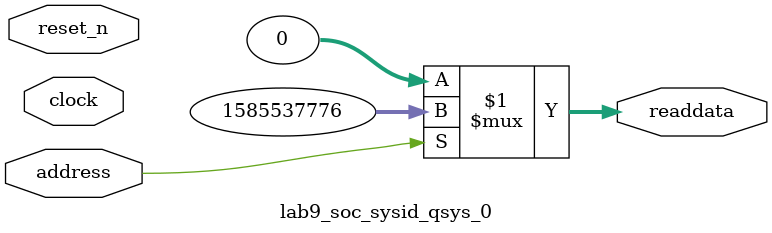
<source format=v>



// synthesis translate_off
`timescale 1ns / 1ps
// synthesis translate_on

// turn off superfluous verilog processor warnings 
// altera message_level Level1 
// altera message_off 10034 10035 10036 10037 10230 10240 10030 

module lab9_soc_sysid_qsys_0 (
               // inputs:
                address,
                clock,
                reset_n,

               // outputs:
                readdata
             )
;

  output  [ 31: 0] readdata;
  input            address;
  input            clock;
  input            reset_n;

  wire    [ 31: 0] readdata;
  //control_slave, which is an e_avalon_slave
  assign readdata = address ? 1585537776 : 0;

endmodule



</source>
